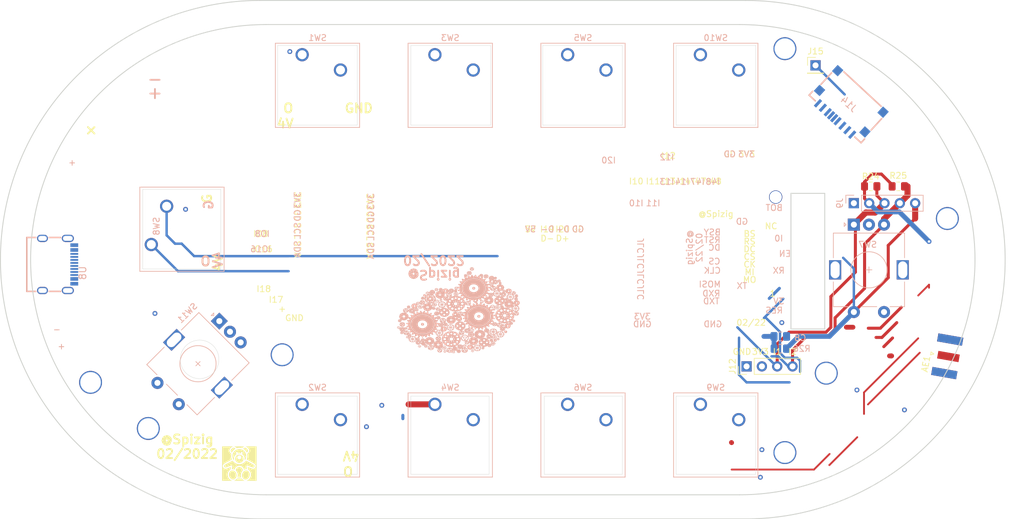
<source format=kicad_pcb>
(kicad_pcb (version 20171130) (host pcbnew "(5.1.10)-1")
  (title_block (date "sam. 04 avril 2015"))
  (layers (0 F.Cu signal) (31 B.Cu signal hide) (34 B.Paste user hide) (35 F.Paste user hide) (36 B.SilkS user hide) (37 F.SilkS user) (38 B.Mask user hide) (39 F.Mask user hide) (44 Edge.Cuts user))
  (net 0 "")
  (net 1 GND)
  (net 2 +3.3VP)
  (net 3 /EN)
  (net 4 /G0)
  (net 5 /IO48)
  (net 6 /IO47)
  (net 7 /IO15)
  (net 8 /IO09)
  (net 9 /COL1)
  (net 10 /COL2)
  (net 11 /COL3)
  (net 12 /IO5)
  (net 13 /DAC1)
  (net 14 /DAC2)
  (net 15 "Net-(D10-Pad4)")
  (net 16 "Net-(SW11-PadS2)")
  (net 17 +4V)
  (net 18 /IO10)
  (net 19 /IO11)
  (net 20 /IO1)
  (net 21 /IO2)
  (net 22 /IO13_1)
  (net 23 /IO14_1)
  (net 24 "Net-(J14-Pad9)")
  (net 25 +5VD)
  (net 26 /RFM_DIO)
  (net 27 "Net-(AE1-Pad1)")
  (net 28 "Net-(D18-Pad2)")
  (net 29 "Net-(D19-Pad2)")
  (net 30 "Net-(D20-Pad2)")
  (net 31 "Net-(U8-PadA8)")
  (net 32 "Net-(U8-PadB8)")
  (net 33 /DP)
  (net 34 "Net-(R35-Pad1)")
  (net 35 "Net-(R36-Pad2)")
  (net 36 /DN)
  (module tp4056:SW_Cherry_MX_1.00u_PCB (layer B.Cu) (at 95 99.488 270)
    (fp_text reference SW8 (at -3.048 -0.856 90) (layer B.SilkS) (effects (justify mirror)))
    (fp_text value MX_SWITCH)
    (pad "" np_thru_hole circle (at 2.54 -5.08 270) (size 1.7 1.7) (drill 1.7) (layers *.Cu *.Mask))
    (pad "" np_thru_hole circle (at -7.62 -5.08 270) (size 1.7 1.7) (drill 1.7) (layers *.Cu *.Mask))
    (pad "" np_thru_hole circle (at -2.54 -5.08 270) (size 4 4) (drill 4) (layers *.Cu *.Mask))
    (pad 2 thru_hole circle (at -6.35 -2.54 270) (size 2.2 2.2) (drill 1.5) (layers *.Cu *.Mask) (net 7 /IO15))
    (pad 1 thru_hole circle (at 0 0 270) (size 2.2 2.2) (drill 1.5) (layers *.Cu *.Mask) (net 11 /COL3))
  )
  (module Capacitor_SMD:C_0805_2012Metric_Pad1.18x1.45mm_HandSolder (layer B.Cu) (at 199.234 114.728 180)
    (fp_text reference C8 (at -3.302 -0.254) (layer B.SilkS) (effects (justify mirror)))
    (fp_text value 104)
    (pad 2 smd roundrect (at 1.0375 0 180) (size 1.175 1.45) (layers B.Cu B.Paste B.Mask) (roundrect_rratio 0.2127659574468085) (net 2 +3.3VP))
    (pad 1 smd roundrect (at -1.0375 0 180) (size 1.175 1.45) (layers B.Cu B.Paste B.Mask) (roundrect_rratio 0.2127659574468085) (net 1 GND))
  )
  (module Connector_Coaxial:SMA_Samtec_SMA-J-P-H-ST-EM1_EdgeMount (layer F.Cu) (at 226.902556 118.03 350)
    (fp_text reference AE1 (at -3.264264 1.86517 80) (layer F.SilkS))
    (fp_text value Antenna_Shield)
    (pad 1 smd rect (at 0.2 0 80) (size 1.27 3.6) (layers F.Cu F.Paste F.Mask) (net 27 "Net-(AE1-Pad1)"))
    (pad 2 smd rect (at 0 -2.825 80) (size 1.35 4.2) (layers F.Cu F.Paste F.Mask) (net 1 GND))
    (pad 2 smd rect (at 0 2.825 80) (size 1.35 4.2) (layers F.Cu F.Paste F.Mask) (net 1 GND))
    (pad 2 smd rect (at 0 -2.825 80) (size 1.35 4.2) (layers B.Cu B.Paste B.Mask) (net 1 GND))
    (pad 2 smd rect (at 0 2.825 80) (size 1.35 4.2) (layers B.Cu B.Paste B.Mask) (net 1 GND))
  )
  (module tp4056:USB-C_SMD-TYPE-C-31-M-12 (layer B.Cu) (at 79.6 102.79 90)
    (fp_text reference U8 (at -0.175 4.03 -90) (layer B.SilkS) (effects (font (size 1.143 1.143) (thickness 0.152)) (justify left mirror)))
    (fp_text value KoreanHropartsElecTYPE-C-31-M-12 hide)
    (pad 0 thru_hole oval (at -4.325 -2.634 90) (size 1.2 1.8) (drill oval 0.8 1.4) (layers *.Cu *.Paste *.Mask) (net 1 GND))
    (pad 0 thru_hole oval (at -4.325 1.566 90) (size 1.2 2) (drill oval 0.8 1.6) (layers *.Cu *.Paste *.Mask) (net 1 GND))
    (pad 0 thru_hole oval (at 4.325 1.566 90) (size 1.2 2) (drill oval 0.8 1.6) (layers *.Cu *.Paste *.Mask) (net 1 GND))
    (pad 0 thru_hole oval (at 4.325 -2.634 90) (size 1.2 1.8) (drill oval 0.8 1.4) (layers *.Cu *.Paste *.Mask) (net 1 GND))
    (pad A12 smd rect (at 3.35 2.634 90) (size 0.3 1.3) (layers B.Cu B.Paste B.Mask) (net 1 GND))
    (pad B1 smd rect (at 3.05 2.634 90) (size 0.3 1.3) (layers B.Cu B.Paste B.Mask) (net 1 GND))
    (pad A9 smd rect (at 2.55 2.634 90) (size 0.3 1.3) (layers B.Cu B.Paste B.Mask) (net 25 +5VD))
    (pad B4 smd rect (at 2.25 2.634 90) (size 0.3 1.3) (layers B.Cu B.Paste B.Mask) (net 25 +5VD))
    (pad B9 smd rect (at -2.25 2.634 90) (size 0.3 1.3) (layers B.Cu B.Paste B.Mask) (net 25 +5VD))
    (pad A4 smd rect (at -2.55 2.634 90) (size 0.3 1.3) (layers B.Cu B.Paste B.Mask) (net 25 +5VD))
    (pad B12 smd rect (at -3.05 2.634 90) (size 0.3 1.3) (layers B.Cu B.Paste B.Mask) (net 1 GND))
    (pad A1 smd rect (at -3.35 2.634 90) (size 0.3 1.3) (layers B.Cu B.Paste B.Mask) (net 1 GND))
    (pad B5 smd rect (at 1.75 2.634 90) (size 0.3 1.3) (layers B.Cu B.Paste B.Mask) (net 34 "Net-(R35-Pad1)"))
    (pad A8 smd rect (at 1.25 2.634 90) (size 0.3 1.3) (layers B.Cu B.Paste B.Mask) (net 31 "Net-(U8-PadA8)"))
    (pad B6 smd rect (at 0.75 2.634 90) (size 0.3 1.3) (layers B.Cu B.Paste B.Mask) (net 33 /DP))
    (pad A7 smd rect (at 0.25 2.634 90) (size 0.3 1.3) (layers B.Cu B.Paste B.Mask) (net 36 /DN))
    (pad A6 smd rect (at -0.25 2.634 90) (size 0.3 1.3) (layers B.Cu B.Paste B.Mask) (net 33 /DP))
    (pad B7 smd rect (at -0.75 2.634 90) (size 0.3 1.3) (layers B.Cu B.Paste B.Mask) (net 36 /DN))
    (pad A5 smd rect (at -1.25 2.634 90) (size 0.3 1.3) (layers B.Cu B.Paste B.Mask) (net 35 "Net-(R36-Pad2)"))
    (pad B8 smd rect (at -1.75 2.634 90) (size 0.3 1.3) (layers B.Cu B.Paste B.Mask) (net 32 "Net-(U8-PadB8)"))
    (pad "" np_thru_hole circle (at 2.9 1.066 90) (size 0.75 0.75) (drill 0.75) (layers *.Cu *.Mask))
    (pad "" np_thru_hole circle (at -2.9 1.066 90) (size 0.75 0.75) (drill 0.75) (layers *.Cu *.Mask))
  )
  (module Connector_PinHeader_2.54mm:PinHeader_1x04_P2.54mm_Vertical (layer F.Cu) (at 193.646 119.7 90)
    (fp_text reference J12 (at 0 -2.33 90) (layer F.SilkS))
    (fp_text value Joystick)
    (pad 4 thru_hole oval (at 0 7.62 90) (size 1.7 1.7) (drill 1) (layers *.Cu *.Mask) (net 21 /IO2))
    (pad 3 thru_hole oval (at 0 5.08 90) (size 1.7 1.7) (drill 1) (layers *.Cu *.Mask) (net 20 /IO1))
    (pad 2 thru_hole oval (at 0 2.54 90) (size 1.7 1.7) (drill 1) (layers *.Cu *.Mask) (net 2 +3.3VP))
    (pad 1 thru_hole rect (at 0 0 90) (size 1.7 1.7) (drill 1) (layers *.Cu *.Mask) (net 1 GND))
  )
  (module tp4056:SW_Cherry_MX_1.00u_PCB (layer B.Cu) (at 164 126 180)
    (fp_text reference SW6 (at -2.54 2.794) (layer B.SilkS) (effects (justify mirror)))
    (fp_text value MX_SWITCH)
    (pad "" np_thru_hole circle (at 2.54 -5.08 180) (size 1.7 1.7) (drill 1.7) (layers *.Cu *.Mask))
    (pad "" np_thru_hole circle (at -7.62 -5.08 180) (size 1.7 1.7) (drill 1.7) (layers *.Cu *.Mask))
    (pad "" np_thru_hole circle (at -2.54 -5.08 180) (size 4 4) (drill 4) (layers *.Cu *.Mask))
    (pad 2 thru_hole circle (at -6.35 -2.54 180) (size 2.2 2.2) (drill 1.5) (layers *.Cu *.Mask) (net 7 /IO15))
    (pad 1 thru_hole circle (at 0 0 180) (size 2.2 2.2) (drill 1.5) (layers *.Cu *.Mask) (net 10 /COL2))
  )
  (module tp4056:SW_Cherry_MX_1.00u_PCB (layer B.Cu) (at 120 126 180)
    (fp_text reference SW2 (at -2.54 2.794) (layer B.SilkS) (effects (justify mirror)))
    (fp_text value MX_SWITCH)
    (pad "" np_thru_hole circle (at 2.54 -5.08 180) (size 1.7 1.7) (drill 1.7) (layers *.Cu *.Mask))
    (pad "" np_thru_hole circle (at -7.62 -5.08 180) (size 1.7 1.7) (drill 1.7) (layers *.Cu *.Mask))
    (pad "" np_thru_hole circle (at -2.54 -5.08 180) (size 4 4) (drill 4) (layers *.Cu *.Mask))
    (pad 2 thru_hole circle (at -6.35 -2.54 180) (size 2.2 2.2) (drill 1.5) (layers *.Cu *.Mask) (net 12 /IO5))
    (pad 1 thru_hole circle (at 0 0 180) (size 2.2 2.2) (drill 1.5) (layers *.Cu *.Mask) (net 9 /COL1))
  )
  (module tp4056:SW_Cherry_MX_1.00u_PCB (layer B.Cu) (at 186 68 180)
    (fp_text reference SW10 (at -2.54 2.794) (layer B.SilkS) (effects (justify mirror)))
    (fp_text value MX_SWITCH)
    (pad "" np_thru_hole circle (at 2.54 -5.08 180) (size 1.7 1.7) (drill 1.7) (layers *.Cu *.Mask))
    (pad "" np_thru_hole circle (at -7.62 -5.08 180) (size 1.7 1.7) (drill 1.7) (layers *.Cu *.Mask))
    (pad "" np_thru_hole circle (at -2.54 -5.08 180) (size 4 4) (drill 4) (layers *.Cu *.Mask))
    (pad 2 thru_hole circle (at -6.35 -2.54 180) (size 2.2 2.2) (drill 1.5) (layers *.Cu *.Mask) (net 8 /IO09))
    (pad 1 thru_hole circle (at 0 0 180) (size 2.2 2.2) (drill 1.5) (layers *.Cu *.Mask) (net 11 /COL3))
  )
  (module tp4056:SW_Cherry_MX_1.00u_PCB (layer B.Cu) (at 164 68 180)
    (fp_text reference SW5 (at -2.54 2.794) (layer B.SilkS) (effects (justify mirror)))
    (fp_text value MX_SWITCH)
    (pad "" np_thru_hole circle (at 2.54 -5.08 180) (size 1.7 1.7) (drill 1.7) (layers *.Cu *.Mask))
    (pad "" np_thru_hole circle (at -7.62 -5.08 180) (size 1.7 1.7) (drill 1.7) (layers *.Cu *.Mask))
    (pad "" np_thru_hole circle (at -2.54 -5.08 180) (size 4 4) (drill 4) (layers *.Cu *.Mask))
    (pad 2 thru_hole circle (at -6.35 -2.54 180) (size 2.2 2.2) (drill 1.5) (layers *.Cu *.Mask) (net 8 /IO09))
    (pad 1 thru_hole circle (at 0 0 180) (size 2.2 2.2) (drill 1.5) (layers *.Cu *.Mask) (net 10 /COL2))
  )
  (module tp4056:RotaryEncoder_Alps_EC11E-Switch_Vertical_H20mm (layer B.Cu) (at 211.426 96.186 270)
    (fp_text reference SW7 (at 3.302 -2.286 180) (layer B.SilkS) (effects (justify mirror)))
    (fp_text value Rotary_Encoder_Switch)
    (pad A thru_hole rect (at 0 0 270) (size 2 2) (drill 1) (layers *.Cu *.Mask) (net 20 /IO1))
    (pad C thru_hole circle (at 0 -2.5 270) (size 2 2) (drill 1) (layers *.Cu *.Mask) (net 1 GND))
    (pad B thru_hole circle (at 0 -5 270) (size 2 2) (drill 1) (layers *.Cu *.Mask) (net 21 /IO2))
    (pad MP thru_hole rect (at 7.5 3.1 270) (size 3.2 2) (drill oval 2.8 1.5) (layers *.Cu *.Mask))
    (pad MP thru_hole rect (at 7.5 -8.1 270) (size 3.2 2) (drill oval 2.8 1.5) (layers *.Cu *.Mask))
    (pad S2 thru_hole circle (at 14.5 0 270) (size 2 2) (drill 1) (layers *.Cu *.Mask) (net 4 /G0))
    (pad S1 thru_hole circle (at 14.5 -5 270) (size 2 2) (drill 1) (layers *.Cu *.Mask) (net 1 GND))
  )
  (module tp4056:RotaryEncoder_Alps_EC11E-Switch_Vertical_H20mm (layer B.Cu) (at 106.27 112.188 225)
    (fp_text reference SW11 (at 2.8 4.7 225) (layer B.SilkS) (effects (justify mirror)))
    (fp_text value Rotary_Encoder_Switch)
    (pad A thru_hole rect (at 0 0 225) (size 2 2) (drill 1) (layers *.Cu *.Mask) (net 14 /DAC2))
    (pad C thru_hole circle (at 0 -2.5 225) (size 2 2) (drill 1) (layers *.Cu *.Mask) (net 1 GND))
    (pad B thru_hole circle (at 0 -5 225) (size 2 2) (drill 1) (layers *.Cu *.Mask) (net 13 /DAC1))
    (pad MP thru_hole rect (at 7.5 3.1 225) (size 3.2 2) (drill oval 2.8 1.5) (layers *.Cu *.Mask))
    (pad MP thru_hole rect (at 7.5 -8.1 225) (size 3.2 2) (drill oval 2.8 1.5) (layers *.Cu *.Mask))
    (pad S2 thru_hole circle (at 14.5 0 225) (size 2 2) (drill 1) (layers *.Cu *.Mask) (net 16 "Net-(SW11-PadS2)"))
    (pad S1 thru_hole circle (at 14.5 -5 225) (size 2 2) (drill 1) (layers *.Cu *.Mask) (net 1 GND))
  )
  (module tp4056:SW_Cherry_MX_1.00u_PCB (layer B.Cu) (at 142 126 180)
    (fp_text reference SW4 (at -2.54 2.794) (layer B.SilkS) (effects (justify mirror)))
    (fp_text value MX_SWITCH)
    (pad "" np_thru_hole circle (at 2.54 -5.08 180) (size 1.7 1.7) (drill 1.7) (layers *.Cu *.Mask))
    (pad "" np_thru_hole circle (at -7.62 -5.08 180) (size 1.7 1.7) (drill 1.7) (layers *.Cu *.Mask))
    (pad "" np_thru_hole circle (at -2.54 -5.08 180) (size 4 4) (drill 4) (layers *.Cu *.Mask))
    (pad 2 thru_hole circle (at -6.35 -2.54 180) (size 2.2 2.2) (drill 1.5) (layers *.Cu *.Mask) (net 12 /IO5))
    (pad 1 thru_hole circle (at 0 0 180) (size 2.2 2.2) (drill 1.5) (layers *.Cu *.Mask) (net 10 /COL2))
  )
  (module tp4056:SW_Cherry_MX_1.00u_PCB (layer B.Cu) (at 142 68 180)
    (fp_text reference SW3 (at -2.54 2.794) (layer B.SilkS) (effects (justify mirror)))
    (fp_text value MX_SWITCH)
    (pad "" np_thru_hole circle (at 2.54 -5.08 180) (size 1.7 1.7) (drill 1.7) (layers *.Cu *.Mask))
    (pad "" np_thru_hole circle (at -7.62 -5.08 180) (size 1.7 1.7) (drill 1.7) (layers *.Cu *.Mask))
    (pad "" np_thru_hole circle (at -2.54 -5.08 180) (size 4 4) (drill 4) (layers *.Cu *.Mask))
    (pad 2 thru_hole circle (at -6.35 -2.54 180) (size 2.2 2.2) (drill 1.5) (layers *.Cu *.Mask) (net 8 /IO09))
    (pad 1 thru_hole circle (at 0 0 180) (size 2.2 2.2) (drill 1.5) (layers *.Cu *.Mask) (net 9 /COL1))
  )
  (module tp4056:SW_Cherry_MX_1.00u_PCB (layer B.Cu) (at 120 68 180)
    (fp_text reference SW1 (at -2.54 2.794) (layer B.SilkS) (effects (justify mirror)))
    (fp_text value MX_SWITCH)
    (pad "" np_thru_hole circle (at 2.54 -5.08 180) (size 1.7 1.7) (drill 1.7) (layers *.Cu *.Mask))
    (pad "" np_thru_hole circle (at -7.62 -5.08 180) (size 1.7 1.7) (drill 1.7) (layers *.Cu *.Mask))
    (pad "" np_thru_hole circle (at -2.54 -5.08 180) (size 4 4) (drill 4) (layers *.Cu *.Mask))
    (pad 2 thru_hole circle (at -6.35 -2.54 180) (size 2.2 2.2) (drill 1.5) (layers *.Cu *.Mask) (net 7 /IO15))
    (pad 1 thru_hole circle (at 0 0 180) (size 2.2 2.2) (drill 1.5) (layers *.Cu *.Mask) (net 9 /COL1))
  )
  (module Connector_PinHeader_2.54mm:PinHeader_1x05_P2.54mm_Vertical (layer B.Cu) (at 211.426 92.63 270)
    (fp_text reference J9 (at 0 2.33 270) (layer B.SilkS) (effects (justify mirror)))
    (fp_text value Joystick2)
    (pad 5 thru_hole oval (at 0 -10.16 270) (size 1.7 1.7) (drill 1) (layers *.Cu *.Mask) (net 4 /G0))
    (pad 4 thru_hole oval (at 0 -7.62 270) (size 1.7 1.7) (drill 1) (layers *.Cu *.Mask) (net 21 /IO2))
    (pad 3 thru_hole oval (at 0 -5.08 270) (size 1.7 1.7) (drill 1) (layers *.Cu *.Mask) (net 20 /IO1))
    (pad 2 thru_hole oval (at 0 -2.54 270) (size 1.7 1.7) (drill 1) (layers *.Cu *.Mask) (net 17 +4V))
    (pad 1 thru_hole rect (at 0 0 270) (size 1.7 1.7) (drill 1) (layers *.Cu *.Mask) (net 1 GND))
  )
  (module tp4056:SW_Cherry_MX_1.00u_PCB (layer B.Cu) (at 186 126 180)
    (fp_text reference SW9 (at -2.54 2.794) (layer B.SilkS) (effects (justify mirror)))
    (fp_text value MX_SWITCH)
    (pad "" np_thru_hole circle (at 2.54 -5.08 180) (size 1.7 1.7) (drill 1.7) (layers *.Cu *.Mask))
    (pad "" np_thru_hole circle (at -7.62 -5.08 180) (size 1.7 1.7) (drill 1.7) (layers *.Cu *.Mask))
    (pad "" np_thru_hole circle (at -2.54 -5.08 180) (size 4 4) (drill 4) (layers *.Cu *.Mask))
    (pad 2 thru_hole circle (at -6.35 -2.54 180) (size 2.2 2.2) (drill 1.5) (layers *.Cu *.Mask) (net 12 /IO5))
    (pad 1 thru_hole circle (at 0 0 180) (size 2.2 2.2) (drill 1.5) (layers *.Cu *.Mask) (net 11 /COL3))
  )
  (module tp4056:TF-SMD_XKTF-0803-0 (layer B.Cu) (at 210.41 76.374 137.5)
    (fp_text reference J14 (at 1.607073 0.249943 137.5) (layer B.SilkS) (effects (font (size 1.143 1.143) (thickness 0.152)) (justify right mirror)))
    (fp_text value Micro_SD_Card_Det_US hide)
    (pad 1 smd rect (at 3.85 -3.1 137.5) (size 0.5 1.5) (layers B.Cu B.Paste B.Mask) (net 18 /IO10))
    (pad 2 smd rect (at 2.75 -3.1 137.5) (size 0.5 1.5) (layers B.Cu B.Paste B.Mask) (net 19 /IO11))
    (pad 3 smd rect (at 1.65 -3.1 137.5) (size 0.5 1.5) (layers B.Cu B.Paste B.Mask) (net 22 /IO13_1))
    (pad 4 smd rect (at 0.9 -3.1 137.5) (size 0.5 1.5) (layers B.Cu B.Paste B.Mask) (net 2 +3.3VP))
    (pad 5 smd rect (at -0.55 -3.1 137.5) (size 0.5 1.5) (layers B.Cu B.Paste B.Mask) (net 23 /IO14_1))
    (pad 6 smd rect (at -1.65 -3.1 137.5) (size 0.5 1.5) (layers B.Cu B.Paste B.Mask) (net 1 GND))
    (pad 7 smd rect (at -2.75 -3.1 137.5) (size 0.5 1.5) (layers B.Cu B.Paste B.Mask) (net 6 /IO47))
    (pad 8 smd rect (at -3.85 -3.1 137.5) (size 0.5 1.5) (layers B.Cu B.Paste B.Mask) (net 5 /IO48))
    (pad 9 smd rect (at 0.2 -3.1 137.5) (size 0.5 1.5) (layers B.Cu B.Paste B.Mask) (net 24 "Net-(J14-Pad9)"))
    (pad 10 smd rect (at -5.1 -1.35 137.5) (size 1.3 1.4) (layers B.Cu B.Paste B.Mask) (net 1 GND))
    (pad 11 smd rect (at -5.1 3.1 137.5) (size 1.3 1.4) (layers B.Cu B.Paste B.Mask) (net 1 GND))
    (pad 12 smd rect (at 5.1 3.1 137.5) (size 1.3 1.4) (layers B.Cu B.Paste B.Mask) (net 1 GND))
    (pad 13 smd rect (at 5.1 -1.35 137.5) (size 1.3 1.4) (layers B.Cu B.Paste B.Mask) (net 1 GND))
  )
  (module Connector_PinHeader_2.54mm:PinHeader_1x01_P2.54mm_Vertical (layer F.Cu) (at 205.076 69.77)
    (fp_text reference J15 (at 0 -2.33) (layer F.SilkS))
    (fp_text value Conn_01x01_Male)
    (pad 1 thru_hole rect (at 0 0) (size 1.7 1.7) (drill 1) (layers *.Cu *.Mask) (net 24 "Net-(J14-Pad9)"))
  )
  (module Resistor_SMD:R_0805_2012Metric_Pad1.15x1.40mm_HandSolder (layer F.Cu) (at 214.22 89.836)
    (fp_text reference R24 (at 0 -1.65) (layer F.SilkS))
    (fp_text value 10k)
    (pad 2 smd roundrect (at 1.025 0) (size 1.15 1.4) (layers F.Cu F.Paste F.Mask) (roundrect_rratio 0.2173904347826087) (net 20 /IO1))
    (pad 1 smd roundrect (at -1.025 0) (size 1.15 1.4) (layers F.Cu F.Paste F.Mask) (roundrect_rratio 0.2173904347826087) (net 17 +4V))
  )
  (module Resistor_SMD:R_0805_2012Metric_Pad1.15x1.40mm_HandSolder (layer B.Cu) (at 199.234 116.76 180)
    (fp_text reference R26 (at -3.556 0 180) (layer B.SilkS) (effects (justify mirror)))
    (fp_text value 10k)
    (pad 2 smd roundrect (at 1.025 0 180) (size 1.15 1.4) (layers B.Cu B.Paste B.Mask) (roundrect_rratio 0.2173904347826087) (net 2 +3.3VP))
    (pad 1 smd roundrect (at -1.025 0 180) (size 1.15 1.4) (layers B.Cu B.Paste B.Mask) (roundrect_rratio 0.2173904347826087) (net 4 /G0))
  )
  (module Resistor_SMD:R_0805_2012Metric_Pad1.15x1.40mm_HandSolder (layer F.Cu) (at 218.792 89.836 180)
    (fp_text reference R25 (at 0 1.778) (layer F.SilkS))
    (fp_text value 10k)
    (pad 2 smd roundrect (at 1.025 0 180) (size 1.15 1.4) (layers F.Cu F.Paste F.Mask) (roundrect_rratio 0.2173904347826087) (net 17 +4V))
    (pad 1 smd roundrect (at -1.025 0 180) (size 1.15 1.4) (layers F.Cu F.Paste F.Mask) (roundrect_rratio 0.2173904347826087) (net 21 /IO2))
  )
  (module Brain:Brain (layer B.Cu) (at 145.894 110.41)
    (fp_text reference G*** hide)
    (fp_text value LOGO hide)
  )
  (module Symbol:baerklein (layer F.Cu) (at 109.572 135.81)
    (fp_text reference G*** hide)
    (fp_text value LOGO hide)
  )
  (gr_arc (start 193.5 102) (end 193.5 59) (angle 180) (layer Edge.Cuts) (width 0.15))
  (gr_line (start 193.5 145) (end 113 145) (layer Edge.Cuts) (width 0.15))
  (gr_line (start 113 59) (end 193.5 59) (layer Edge.Cuts) (width 0.15))
  (gr_arc (start 113 102) (end 113 59) (angle -180) (layer Edge.Cuts) (width 0.15))
  (gr_circle (center 103 118.538) (end 106.2 118.538) (layer Edge.Cuts) (width 0.05))
  (gr_line (start 93.57 103.552) (end 93.57 90.344) (layer Edge.Cuts) (width 0.05))
  (gr_line (start 106.524 103.552) (end 93.57 103.552) (layer Edge.Cuts) (width 0.05))
  (gr_line (start 106.524 90.344) (end 106.524 103.552) (layer Edge.Cuts) (width 0.05))
  (gr_line (start 93.57 90.344) (end 106.524 90.344) (layer Edge.Cuts) (width 0.05))
  (gr_line (start 115.922 66.468) (end 129.13 66.468) (layer Edge.Cuts) (width 0.05))
  (gr_line (start 115.922 79.676) (end 115.922 66.468) (layer Edge.Cuts) (width 0.05))
  (gr_line (start 129.13 79.676) (end 115.922 79.676) (layer Edge.Cuts) (width 0.05))
  (gr_line (start 129.13 66.468) (end 129.13 79.676) (layer Edge.Cuts) (width 0.05))
  (gr_line (start 138.02 79.676) (end 138.02 66.468) (layer Edge.Cuts) (width 0.05))
  (gr_line (start 151.228 79.676) (end 138.02 79.676) (layer Edge.Cuts) (width 0.05))
  (gr_line (start 151.228 66.468) (end 151.228 79.676) (layer Edge.Cuts) (width 0.05))
  (gr_line (start 138.02 66.468) (end 151.228 66.468) (layer Edge.Cuts) (width 0.05))
  (gr_line (start 159.864 66.468) (end 173.072 66.468) (layer Edge.Cuts) (width 0.05))
  (gr_line (start 159.864 79.676) (end 159.864 66.468) (layer Edge.Cuts) (width 0.05))
  (gr_line (start 173.072 79.676) (end 159.864 79.676) (layer Edge.Cuts) (width 0.05))
  (gr_line (start 173.072 66.468) (end 173.072 79.676) (layer Edge.Cuts) (width 0.05))
  (gr_line (start 195.17 66.468) (end 181.962 66.468) (layer Edge.Cuts) (width 0.05))
  (gr_line (start 195.17 79.676) (end 195.17 66.468) (layer Edge.Cuts) (width 0.05))
  (gr_line (start 181.962 79.676) (end 195.17 79.676) (layer Edge.Cuts) (width 0.05))
  (gr_line (start 181.962 66.468) (end 181.962 79.676) (layer Edge.Cuts) (width 0.05))
  (gr_line (start 195.17 124.634) (end 181.962 124.634) (layer Edge.Cuts) (width 0.05))
  (gr_line (start 195.17 137.588) (end 195.17 124.634) (layer Edge.Cuts) (width 0.05))
  (gr_line (start 181.962 137.588) (end 195.17 137.588) (layer Edge.Cuts) (width 0.05))
  (gr_line (start 181.962 124.634) (end 181.962 137.588) (layer Edge.Cuts) (width 0.05))
  (gr_line (start 173.072 124.634) (end 160.118 124.634) (layer Edge.Cuts) (width 0.05))
  (gr_line (start 173.072 137.588) (end 173.072 124.634) (layer Edge.Cuts) (width 0.05))
  (gr_line (start 160.118 137.588) (end 173.072 137.588) (layer Edge.Cuts) (width 0.05))
  (gr_line (start 160.118 124.634) (end 160.118 137.588) (layer Edge.Cuts) (width 0.05))
  (gr_line (start 150.974 124.634) (end 138.02 124.634) (layer Edge.Cuts) (width 0.05))
  (gr_line (start 150.974 137.588) (end 150.974 124.634) (layer Edge.Cuts) (width 0.05))
  (gr_line (start 138.02 137.588) (end 150.974 137.588) (layer Edge.Cuts) (width 0.05))
  (gr_line (start 138.02 124.634) (end 138.02 137.588) (layer Edge.Cuts) (width 0.05))
  (gr_line (start 115.922 137.588) (end 115.922 124.634) (layer Edge.Cuts) (width 0.05))
  (gr_line (start 129.13 137.588) (end 115.922 137.588) (layer Edge.Cuts) (width 0.05))
  (gr_line (start 129.13 124.634) (end 129.13 137.588) (layer Edge.Cuts) (width 0.05))
  (gr_line (start 115.922 124.634) (end 129.13 124.634) (layer Edge.Cuts) (width 0.05))
  (gr_text "@Spizig\n02/2022" (at 141.83 103.298 180) (layer B.SilkS) (effects (font (size 1.5 1.5) (thickness 0.3)) (justify mirror)))
  (gr_text "@Spizig\n02/2022" (at 100.936 133.016) (layer F.SilkS) (effects (font (size 1.5 1.5) (thickness 0.3))))
  (gr_text I2 (at 201.266 117.268) (layer F.SilkS) (effects (font (size 1 1))))
  (gr_text I1 (at 198.726 117.268) (layer F.SilkS) (effects (font (size 1 1))))
  (gr_text 3V3 (at 195.932 117.268) (layer F.SilkS) (effects (font (size 1 1))))
  (gr_text GND (at 192.884 117.268) (layer F.SilkS) (effects (font (size 1 1))))
  (gr_text CK (at 194.154 102.79) (layer F.SilkS) (effects (font (size 1 1))))
  (gr_text O (at 127.606 137.08 180) (layer F.SilkS) (effects (font (size 1.5 1.5) (thickness 0.3))))
  (gr_text 4V (at 128.114 134.54 180) (layer F.SilkS) (effects (font (size 1.5 1.5) (thickness 0.3))))
  (gr_text O (at 117.7 76.882) (layer F.SilkS) (effects (font (size 1.5 1.5) (thickness 0.3))))
  (gr_text GND (at 129.384 76.882) (layer F.SilkS) (effects (font (size 1.5 1.5) (thickness 0.3))))
  (gr_text 4V (at 117.192 79.422) (layer F.SilkS) (effects (font (size 1.5 1.5) (thickness 0.3))))
  (gr_text G (at 104.238 91.868 90) (layer F.SilkS) (effects (font (size 1.5 1.5) (thickness 0.3))))
  (gr_text O (at 103.984 102.282) (layer F.SilkS) (effects (font (size 1.5 1.5) (thickness 0.3))))
  (gr_text 4V (at 106.016 102.536 90) (layer F.SilkS) (effects (font (size 1.5 1.5) (thickness 0.3))))
  (gr_text G (at 104.492 92.884 90) (layer B.SilkS) (effects (font (size 1.5 1.5) (thickness 0.3)) (justify mirror)))
  (gr_text O (at 103.984 102.282) (layer B.SilkS) (effects (font (size 1.5 1.5) (thickness 0.3)) (justify mirror)))
  (gr_text 4V (at 106.016 102.028 90) (layer B.SilkS) (effects (font (size 1.5 1.5) (thickness 0.3)) (justify mirror)))
  (gr_text GND (at 118.716 111.68) (layer F.SilkS) (effects (font (size 1 1))))
  (gr_text + (at 116.684 110.156) (layer F.SilkS) (effects (font (size 1 1))))
  (gr_text I18 (at 113.636 106.854) (layer F.SilkS) (effects (font (size 1 1))))
  (gr_text I17 (at 115.668 108.632) (layer F.SilkS) (effects (font (size 1 1))))
  (gr_text I11 (at 178.152 89) (layer F.SilkS) (effects (font (size 1 1))))
  (gr_text I10 (at 175.358 89) (layer F.SilkS) (effects (font (size 1 1))))
  (gr_text I11 (at 178.152 92.63) (layer B.SilkS) (effects (font (size 1 1)) (justify mirror)))
  (gr_text I10 (at 175.358 92.63) (layer B.SilkS) (effects (font (size 1 1)) (justify mirror)))
  (gr_text IO8 (at 113.128 97.71) (layer F.SilkS) (effects (font (size 1 1))))
  (gr_text IO16 (at 113.382 100.25) (layer F.SilkS) (effects (font (size 1 1))))
  (gr_text 3V3 (at 119.224 92.122 270) (layer F.SilkS) (effects (font (size 1 1))))
  (gr_text GD (at 119.224 94.662 270) (layer F.SilkS) (effects (font (size 1 1))))
  (gr_text SDA (at 119.224 100.25 270) (layer F.SilkS) (effects (font (size 1 1))))
  (gr_text SCL (at 119.224 97.202 270) (layer F.SilkS) (effects (font (size 1 1))))
  (gr_text 3V3 (at 131.162 92.376 270) (layer F.SilkS) (effects (font (size 1 1))))
  (gr_text GD (at 131.162 94.916 270) (layer F.SilkS) (effects (font (size 1 1))))
  (gr_text SCL (at 131.162 97.456 270) (layer F.SilkS) (effects (font (size 1 1))))
  (gr_text SDA (at 131.162 100.504 270) (layer F.SilkS) (effects (font (size 1 1))))
  (gr_text - (at 95.602 72.31 180) (layer B.SilkS) (effects (font (size 2 2) (thickness 0.3)) (justify mirror)))
  (gr_text + (at 95.602 74.596 180) (layer B.SilkS) (effects (font (size 2 2) (thickness 0.3)) (justify mirror)))
  (gr_text + (at 84.934 80.438 45) (layer F.SilkS) (effects (font (size 2 2) (thickness 0.3))))
  (gr_text - (at 79.346 113.712 180) (layer B.SilkS) (effects (font (size 1 1)) (justify mirror)))
  (gr_text + (at 80.108 116.506 180) (layer B.SilkS) (effects (font (size 1 1)) (justify mirror)))
  (gr_text + (at 81.886 86.026 180) (layer B.SilkS) (effects (font (size 1 1)) (justify mirror)))
  (gr_text 3V3 (at 193.646 84.502) (layer B.SilkS) (effects (font (size 1 1)) (justify mirror)))
  (gr_text IO8 (at 113.382 97.71) (layer B.SilkS) (effects (font (size 1 1)) (justify mirror)))
  (gr_text IO16 (at 113.128 100.25) (layer B.SilkS) (effects (font (size 1 1)) (justify mirror)))
  (gr_text 3V3 (at 119.224 92.122 90) (layer B.SilkS) (effects (font (size 1 1)) (justify mirror)))
  (gr_text GD (at 119.224 94.662 90) (layer B.SilkS) (effects (font (size 1 1)) (justify mirror)))
  (gr_text SCL (at 119.224 97.202 90) (layer B.SilkS) (effects (font (size 1 1)) (justify mirror)))
  (gr_text SDA (at 119.224 100.25 90) (layer B.SilkS) (effects (font (size 1 1)) (justify mirror)))
  (gr_text SCL (at 131.416 97.456 90) (layer B.SilkS) (effects (font (size 1 1)) (justify mirror)))
  (gr_text SDA (at 131.416 100.504 90) (layer B.SilkS) (effects (font (size 1 1)) (justify mirror)))
  (gr_text 3V3 (at 131.416 92.376 90) (layer B.SilkS) (effects (font (size 1 1)) (justify mirror)))
  (gr_text GD (at 131.416 94.916 90) (layer B.SilkS) (effects (font (size 1 1)) (justify mirror)))
  (gr_text I20 (at 170.786 85.518) (layer B.SilkS) (effects (font (size 1 1)) (justify mirror)))
  (gr_text I12 (at 180.438 85.01) (layer B.SilkS) (effects (font (size 1 1)) (justify mirror)))
  (gr_text I12 (at 180.692 84.756) (layer F.SilkS) (effects (font (size 1 1))))
  (gr_line (start 201 91) (end 206.6 91) (layer Edge.Cuts) (width 0.15))
  (gr_line (start 206.6 113.5) (end 206.6 91) (layer Edge.Cuts) (width 0.15))
  (gr_line (start 201 113.5) (end 206.6 113.5) (layer Edge.Cuts) (width 0.15))
  (gr_line (start 201 91) (end 201 113.5) (layer Edge.Cuts) (width 0.15))
  (gr_line (start 114 63) (end 192.5 63) (layer Edge.Cuts) (width 0.15))
  (gr_line (start 192.5 141) (end 114 141) (layer Edge.Cuts) (width 0.15))
  (gr_arc (start 192.5 102) (end 192.5 63) (angle 180) (layer Edge.Cuts) (width 0.15))
  (gr_arc (start 114 102) (end 114 63) (angle -180) (layer Edge.Cuts) (width 0.15))
  (gr_text 3V3 (at 176.374 111.426) (layer B.SilkS) (effects (font (size 1 1)) (justify mirror)))
  (gr_text TXD (at 187.804 108.886) (layer B.SilkS) (effects (font (size 1 1)) (justify mirror)))
  (gr_text RXD (at 187.804 107.616) (layer B.SilkS) (effects (font (size 1 1)) (justify mirror)))
  (gr_text MOSI (at 187.55 106.092) (layer B.SilkS) (effects (font (size 1 1)) (justify mirror)))
  (gr_text CLK (at 187.96 103.806) (layer B.SilkS) (effects (font (size 1 1)) (justify mirror)))
  (gr_text CS (at 188.312 102.282) (layer B.SilkS) (effects (font (size 1 1)) (justify mirror)))
  (gr_text DC (at 188.312 99.996) (layer B.SilkS) (effects (font (size 1 1)) (justify mirror)))
  (gr_text RST (at 187.96 98.726) (layer B.SilkS) (effects (font (size 1 1)) (justify mirror)))
  (gr_text BSY (at 187.96 97.456) (layer B.SilkS) (effects (font (size 1 1)) (justify mirror)))
  (gr_text GND (at 188.058 112.696) (layer B.SilkS) (effects (font (size 1 1)) (justify mirror)))
  (gr_text GND (at 176.374 112.696) (layer B.SilkS) (effects (font (size 1 1)) (justify mirror)))
  (gr_text GD (at 190.852 84.502) (layer B.SilkS) (effects (font (size 1 1)) (justify mirror)))
  (gr_text I48 (at 188.058 89.074) (layer B.SilkS) (effects (font (size 1 1)) (justify mirror)))
  (gr_text I47 (at 185.518 89.074) (layer B.SilkS) (effects (font (size 1 1)) (justify mirror)))
  (gr_text I14 (at 182.978 89.074) (layer B.SilkS) (effects (font (size 1 1)) (justify mirror)))
  (gr_text I13 (at 180.438 89.074) (layer B.SilkS) (effects (font (size 1 1)) (justify mirror)))
  (gr_text RES (at 198.218 110.41) (layer B.SilkS) (effects (font (size 1 1)) (justify mirror)))
  (gr_text BOT (at 198.218 93.392) (layer B.SilkS) (effects (font (size 1 1)) (justify mirror)))
  (gr_text JLCJLCJLCJLC (at 176.12 103.552 90) (layer B.SilkS) (effects (font (size 1 1)) (justify mirror)))
  (gr_text 5V (at 157.832 96.948) (layer B.SilkS) (effects (font (size 1 1)) (justify mirror)))
  (gr_text D- (at 160.626 96.948) (layer B.SilkS) (effects (font (size 1 1)) (justify mirror)))
  (gr_text D+ (at 163.166 96.948) (layer B.SilkS) (effects (font (size 1 1)) (justify mirror)))
  (gr_text GD (at 165.706 96.948) (layer B.SilkS) (effects (font (size 1 1)) (justify mirror)))
  (gr_text GD (at 192.884 95.678) (layer B.SilkS) (effects (font (size 1 1)) (justify mirror)))
  (gr_text I0 (at 198.98 98.472) (layer B.SilkS) (effects (font (size 1 1)) (justify mirror)))
  (gr_text EN (at 199.996 101.012) (layer B.SilkS) (effects (font (size 1 1)) (justify mirror)))
  (gr_text RX (at 198.98 103.806) (layer B.SilkS) (effects (font (size 1 1)) (justify mirror)))
  (gr_text TX (at 192.884 106.346) (layer B.SilkS) (effects (font (size 1 1)) (justify mirror)))
  (gr_text 3V (at 198.98 108.886) (layer B.SilkS) (effects (font (size 1 1)) (justify mirror)))
  (gr_text I13 (at 180.692 89) (layer F.SilkS) (effects (font (size 1 1))))
  (gr_text I14 (at 183.232 89) (layer F.SilkS) (effects (font (size 1 1))))
  (gr_text I47 (at 185.772 89) (layer F.SilkS) (effects (font (size 1 1))))
  (gr_text I48 (at 188.312 89) (layer F.SilkS) (effects (font (size 1 1))))
  (gr_text GD (at 190.852 84.502) (layer F.SilkS) (effects (font (size 1 1))))
  (gr_text 3V3 (at 193.646 84.502) (layer F.SilkS) (effects (font (size 1 1))))
  (gr_text D- (at 160.626 98.472) (layer F.SilkS) (effects (font (size 1 1))))
  (gr_text 5V (at 157.832 96.948) (layer F.SilkS) (effects (font (size 1 1))))
  (gr_text I19 (at 160.626 96.948) (layer F.SilkS) (effects (font (size 1 1))))
  (gr_text I20 (at 163.166 96.948) (layer F.SilkS) (effects (font (size 1 1))))
  (gr_text GD (at 165.706 96.948) (layer F.SilkS) (effects (font (size 1 1))))
  (gr_text 02/22 (at 194.408 112.442) (layer F.SilkS) (effects (font (size 1 1))))
  (gr_text "@Spizig\n02/22" (at 185.01 99.996 90) (layer B.SilkS) (effects (font (size 1 1)) (justify mirror)))
  (gr_text @Spizig (at 188.566 94.408) (layer F.SilkS) (effects (font (size 1 1))))
  (gr_text BS (at 194.154 97.71) (layer F.SilkS) (effects (font (size 1 1))))
  (gr_text RS (at 194.154 98.98) (layer F.SilkS) (effects (font (size 1 1))))
  (gr_text DC (at 194.154 100.25) (layer F.SilkS) (effects (font (size 1 1))))
  (gr_text CS (at 194.154 101.52) (layer F.SilkS) (effects (font (size 1 1))))
  (gr_text MO (at 194.154 105.33) (layer F.SilkS) (effects (font (size 1 1))))
  (gr_text MI (at 194.154 104.06) (layer F.SilkS) (effects (font (size 1 1))))
  (gr_text 1 (at 197.964 107.616) (layer F.SilkS) (effects (font (size 1 1))))
  (gr_text NC (at 197.71 96.44) (layer F.SilkS) (effects (font (size 1 1))))
  (gr_text D+ (at 163.166 98.472) (layer F.SilkS) (effects (font (size 1 1))))
  (via (at 206.854 120.824) (size 3.8) (drill 3.4) (layers F.Cu B.Cu) (net 0))
  (via (at 226.92 95.17) (size 3.8) (drill 3.4) (layers F.Cu B.Cu) (net 0))
  (via (at 84.934 122.348) (size 3.8) (drill 3.4) (layers F.Cu B.Cu) (net 0))
  (via (at 116.684 117.776) (size 3.8) (drill 3.4) (layers F.Cu B.Cu) (net 0))
  (via (at 94.5 130) (size 3.8) (drill 3.4) (layers F.Cu B.Cu) (net 0))
  (via (at 200 134) (size 3.8) (drill 3.4) (layers F.Cu B.Cu) (net 0))
  (via (at 200 67) (size 3.8) (drill 3.4) (layers F.Cu B.Cu) (net 0))
  (via (at 130.654 129.714) (size 0.8) (drill 0.4) (layers F.Cu B.Cu) (net 1))
  (via (at 196.186 133.524) (size 0.8) (drill 0.4) (layers F.Cu B.Cu) (net 1))
  (via (at 195.932 138.096) (size 0.8) (drill 0.4) (layers F.Cu B.Cu) (net 1))
  (via (at 219.808 126.92) (size 0.8) (drill 0.4) (layers F.Cu B.Cu) (net 1))
  (via (at 100.682 93.646) (size 0.8) (drill 0.4) (layers F.Cu B.Cu) (net 1))
  (via (at 199.488 112.442) (size 0.8) (drill 0.4) (layers F.Cu B.Cu) (net 1))
  (via (at 133.194 126.158) (size 0.8) (drill 0.4) (layers F.Cu B.Cu) (net 1))
  (via (at 117.954 67.484) (size 0.8) (drill 0.4) (layers F.Cu B.Cu) (net 1))
  (via (at 95.602 110.918) (size 0.8) (drill 0.4) (layers F.Cu B.Cu) (net 1))
  (via (at 198.472 91.614) (size 2.2) (drill 2) (layers F.Cu B.Cu) (net 1))
  (segment (start 217.673568 117.963655) (end 217.334345 117.963655) (width 0.8) (layer F.Cu) (net 2))
  (segment (start 217.588345 117.963655) (end 217.673568 117.963655) (width 0.8) (layer F.Cu) (net 2))
  (segment (start 198.1965 116.7475) (end 198.209 116.76) (width 0.8) (layer B.Cu) (net 2))
  (segment (start 198.1965 114.728) (end 198.1965 116.7475) (width 0.8) (layer B.Cu) (net 2))
  (segment (start 196.518 114.728) (end 198.1965 114.728) (width 0.8) (layer B.Cu) (net 2))
  (segment (start 197.404002 108.432) (end 199.084001 106.752001) (width 0.5) (layer B.Cu) (net 2))
  (via (at 211.934 123.618) (size 0.8) (drill 0.4) (layers F.Cu B.Cu) (net 2))
  (segment (start 199.18401 113.983754) (end 196.880256 111.68) (width 0.4) (layer B.Cu) (net 3))
  (segment (start 196.528022 111.68) (end 199.278011 108.930011) (width 0.4) (layer B.Cu) (net 3))
  (segment (start 199.278011 108.930011) (end 199.659011 108.549011) (width 0.4) (layer B.Cu) (net 3))
  (segment (start 199.734011 108.474011) (end 199.278011 108.930011) (width 0.4) (layer B.Cu) (net 3))
  (segment (start 202.516001 118.772001) (end 202.028 118.284) (width 0.4) (layer B.Cu) (net 3))
  (segment (start 202.028 118.284) (end 199.996 118.284) (width 0.4) (layer B.Cu) (net 3))
  (segment (start 199.18401 117.47201) (end 199.18401 113.983754) (width 0.4) (layer B.Cu) (net 3))
  (segment (start 199.996 118.284) (end 199.18401 117.47201) (width 0.4) (layer B.Cu) (net 3))
  (segment (start 192.395999 114.944297) (end 192.395999 121.097999) (width 0.4) (layer B.Cu) (net 3))
  (segment (start 202.516001 120.589999) (end 202.516001 118.772001) (width 0.4) (layer B.Cu) (net 3))
  (segment (start 193.646 122.348) (end 200.758 122.348) (width 0.4) (layer B.Cu) (net 3))
  (segment (start 192.395999 121.097999) (end 193.646 122.348) (width 0.4) (layer B.Cu) (net 3))
  (segment (start 200.259 116.755098) (end 202.286098 114.728) (width 0.8) (layer B.Cu) (net 4))
  (segment (start 209.651001 101.690999) (end 211.426 103.465998) (width 0.4) (layer B.Cu) (net 4))
  (segment (start 211.426 110.686) (end 217.126008 104.985992) (width 0.5) (layer F.Cu) (net 4))
  (segment (start 200.259 116.76) (end 200.259 116.755098) (width 0.8) (layer B.Cu) (net 4))
  (segment (start 202.286098 114.728) (end 207.384 114.728) (width 0.8) (layer B.Cu) (net 4))
  (segment (start 207.384 114.728) (end 211.426 110.686) (width 0.8) (layer B.Cu) (net 4))
  (segment (start 221.586 95.17) (end 221.586 92.63) (width 1) (layer F.Cu) (net 4))
  (segment (start 217.126008 104.985992) (end 217.126008 99.629992) (width 0.5) (layer F.Cu) (net 4))
  (segment (start 217.126008 99.629992) (end 221.586 95.17) (width 0.5) (layer F.Cu) (net 4))
  (segment (start 211.426 110.686) (end 208.895 113.217) (width 0.25) (layer B.Cu) (net 4))
  (segment (start 211.426 103.465998) (end 211.426 110.686) (width 0.4) (layer B.Cu) (net 4))
  (segment (start 102.095999 101.409999) (end 100.034001 99.348001) (width 0.4) (layer B.Cu) (net 7))
  (segment (start 152.368475 101.409999) (end 102.095999 101.409999) (width 0.4) (layer B.Cu) (net 7))
  (segment (start 100.034001 99.348001) (end 98.927999 99.348001) (width 0.4) (layer B.Cu) (net 7))
  (segment (start 117.756001 101.484999) (end 103.054999 101.484999) (width 0.25) (layer B.Cu) (net 7))
  (segment (start 97.54 93.138) (end 97.54 97.849002) (width 0.25) (layer B.Cu) (net 7))
  (segment (start 97.54 93.138) (end 97.888 93.138) (width 1) (layer F.Cu) (net 7))
  (segment (start 97.54 97.849002) (end 98.963999 99.273001) (width 0.25) (layer B.Cu) (net 7))
  (segment (start 97.54 97.960002) (end 97.54 93.138) (width 0.4) (layer B.Cu) (net 7))
  (segment (start 98.927999 99.348001) (end 97.54 97.960002) (width 0.4) (layer B.Cu) (net 7))
  (segment (start 170.369999 70.559999) (end 170.35 70.54) (width 0.4) (layer B.Cu) (net 8))
  (segment (start 148.510001 70.379999) (end 148.35 70.54) (width 1) (layer B.Cu) (net 8))
  (segment (start 170.024 70.866) (end 170.35 70.54) (width 0.4) (layer F.Cu) (net 8))
  (segment (start 170.278 70.612) (end 170.35 70.54) (width 0.4) (layer B.Cu) (net 8))
  (segment (start 192.35 70.54) (end 192.189999 70.379999) (width 1) (layer B.Cu) (net 8))
  (segment (start 170.35 70.54) (end 170.189999 70.379999) (width 1) (layer B.Cu) (net 8))
  (segment (start 170.510001 70.379999) (end 170.35 70.54) (width 1) (layer B.Cu) (net 8))
  (segment (start 142 126) (end 137.638351 126) (width 1) (layer F.Cu) (net 10))
  (segment (start 117.752003 103.910001) (end 99.422001 103.910001) (width 0.4) (layer B.Cu) (net 11))
  (segment (start 99.422001 103.910001) (end 95 99.488) (width 0.4) (layer B.Cu) (net 11))
  (segment (start 99.367001 103.855001) (end 107.490999 103.855001) (width 0.25) (layer B.Cu) (net 11))
  (segment (start 95 99.488) (end 99.367001 103.855001) (width 0.25) (layer B.Cu) (net 11))
  (segment (start 136.685999 128.379999) (end 136.685999 127.818001) (width 0.5) (layer B.Cu) (net 12))
  (segment (start 126.510001 128.379999) (end 126.35 128.54) (width 1) (layer B.Cu) (net 12))
  (segment (start 148.360001 128.529999) (end 148.35 128.54) (width 0.7) (layer B.Cu) (net 12))
  (segment (start 192.35 128.54) (end 192.189999 128.379999) (width 1) (layer B.Cu) (net 12))
  (segment (start 148.35 128.54) (end 148.189999 128.379999) (width 1) (layer B.Cu) (net 12))
  (segment (start 106.27 112.188) (end 106.594694 112.188) (width 0.4) (layer F.Cu) (net 14))
  (segment (start 106.27 112.188) (end 106.415692 112.188) (width 0.8) (layer F.Cu) (net 14))
  (segment (start 191.166 136.813999) (end 204.814737 136.813999) (width 0.3) (layer F.Cu) (net 15))
  (segment (start 222.094 107.941999) (end 223.883999 106.152) (width 0.3) (layer F.Cu) (net 15))
  (segment (start 213.109054 127.587054) (end 213.109054 124.023169) (width 0.3) (layer F.Cu) (net 15))
  (segment (start 213.109054 124.023169) (end 222.094 115.038223) (width 0.3) (layer F.Cu) (net 15))
  (segment (start 204.814737 136.813999) (end 207.408393 134.220343) (width 0.3) (layer F.Cu) (net 15))
  (segment (start 223.883999 106.656677) (end 223.883999 106.152) (width 0.3) (layer F.Cu) (net 15))
  (segment (start 210.183831 113.204) (end 211.276002 113.204) (width 0.8) (layer F.Cu) (net 17))
  (segment (start 213.966 92.63) (end 215.416001 94.080001) (width 0.8) (layer B.Cu) (net 17))
  (segment (start 191.166 132.354) (end 191.140001 132.328001) (width 0.8) (layer F.Cu) (net 17))
  (segment (start 215.416001 94.080001) (end 218.972001 94.080001) (width 0.8) (layer B.Cu) (net 17))
  (segment (start 218.972001 94.080001) (end 223.872 98.98) (width 0.8) (layer B.Cu) (net 17))
  (via (at 223.872 98.98) (size 0.8) (drill 0.4) (layers F.Cu B.Cu) (net 17))
  (segment (start 213.195 89.083) (end 213.195 89.836) (width 0.5) (layer F.Cu) (net 17))
  (segment (start 213.195 91.859) (end 213.966 92.63) (width 0.5) (layer F.Cu) (net 17))
  (segment (start 215.998 87.804) (end 214.474 87.804) (width 0.5) (layer F.Cu) (net 17))
  (segment (start 213.195 89.836) (end 213.195 91.859) (width 0.5) (layer F.Cu) (net 17))
  (segment (start 217.767 89.836) (end 217.767 89.573) (width 0.5) (layer F.Cu) (net 17))
  (segment (start 214.474 87.804) (end 213.195 89.083) (width 0.5) (layer F.Cu) (net 17))
  (segment (start 217.767 89.573) (end 215.998 87.804) (width 0.5) (layer F.Cu) (net 17))
  (segment (start 206.817466 114.02501) (end 207.616 113.226476) (width 0.5) (layer F.Cu) (net 20))
  (segment (start 198.726 115.998) (end 200.69899 114.02501) (width 0.5) (layer F.Cu) (net 20))
  (segment (start 198.726 119.7) (end 198.606202 119.7) (width 0.4) (layer B.Cu) (net 20))
  (segment (start 207.616 113.226476) (end 207.616 108.124) (width 0.5) (layer F.Cu) (net 20))
  (segment (start 198.606202 119.7) (end 192.122 113.215798) (width 0.4) (layer B.Cu) (net 20))
  (segment (start 198.726 119.7) (end 198.726 115.998) (width 0.5) (layer F.Cu) (net 20))
  (segment (start 207.616 108.124) (end 211.68 104.06) (width 0.5) (layer F.Cu) (net 20))
  (segment (start 211.68 96.44) (end 211.426 96.186) (width 0.5) (layer F.Cu) (net 20))
  (segment (start 198.108244 119.808) (end 198.726 119.808) (width 0.4) (layer B.Cu) (net 20))
  (segment (start 200.69899 114.02501) (end 206.817466 114.02501) (width 0.5) (layer F.Cu) (net 20))
  (segment (start 211.68 104.06) (end 211.68 96.44) (width 0.5) (layer F.Cu) (net 20))
  (segment (start 215.236 91.36) (end 216.506 92.63) (width 0.5) (layer F.Cu) (net 20))
  (segment (start 211.426 96.169998) (end 213.415997 94.180001) (width 1) (layer F.Cu) (net 20))
  (segment (start 211.426 96.186) (end 211.082029 96.186) (width 1) (layer F.Cu) (net 20))
  (segment (start 215.236 89.845) (end 215.236 91.36) (width 0.5) (layer F.Cu) (net 20))
  (segment (start 214.955999 94.180001) (end 216.506 92.63) (width 1) (layer F.Cu) (net 20))
  (segment (start 211.426 96.186) (end 211.426 96.169998) (width 1) (layer F.Cu) (net 20))
  (segment (start 213.415997 94.180001) (end 214.955999 94.180001) (width 1) (layer F.Cu) (net 20))
  (segment (start 213.204 99.408) (end 216.426 96.186) (width 0.5) (layer F.Cu) (net 21))
  (segment (start 207.107419 114.72502) (end 208.31601 113.516429) (width 0.5) (layer F.Cu) (net 21))
  (segment (start 206.964978 114.72502) (end 207.107419 114.72502) (width 0.5) (layer F.Cu) (net 21))
  (segment (start 208.31601 111.649988) (end 213.204 106.761998) (width 0.5) (layer F.Cu) (net 21))
  (segment (start 200.465002 119.808) (end 201.266 119.808) (width 0.25) (layer B.Cu) (net 21))
  (segment (start 201.266 119.7) (end 201.266 117.014) (width 0.5) (layer F.Cu) (net 21))
  (segment (start 201.266 117.014) (end 203.552 114.728) (width 0.5) (layer F.Cu) (net 21))
  (segment (start 220.316 89.845) (end 220.316 91.36) (width 1) (layer F.Cu) (net 21))
  (segment (start 201.266 119.808) (end 200.576002 119.808) (width 0.4) (layer B.Cu) (net 21))
  (segment (start 203.552 114.728) (end 206.961998 114.728) (width 0.5) (layer F.Cu) (net 21))
  (segment (start 216.426 96.186) (end 216.426 95.25) (width 1) (layer F.Cu) (net 21))
  (segment (start 220.236 89.925) (end 220.316 89.845) (width 1) (layer F.Cu) (net 21))
  (segment (start 206.961998 114.728) (end 206.964978 114.72502) (width 0.5) (layer F.Cu) (net 21))
  (segment (start 208.31601 113.516429) (end 208.31601 111.649988) (width 0.5) (layer F.Cu) (net 21))
  (segment (start 213.204 106.761998) (end 213.204 99.408) (width 0.5) (layer F.Cu) (net 21))
  (segment (start 198.893458 118.03) (end 200.563458 119.7) (width 0.4) (layer B.Cu) (net 21))
  (segment (start 197.784744 118.03) (end 198.893458 118.03) (width 0.4) (layer B.Cu) (net 21))
  (segment (start 220.316 91.36) (end 219.046 92.63) (width 1) (layer F.Cu) (net 21))
  (segment (start 216.426 95.25) (end 219.046 92.63) (width 1) (layer F.Cu) (net 21))
  (segment (start 200.563458 119.7) (end 201.266 119.7) (width 0.4) (layer B.Cu) (net 21))
  (segment (start 220.24748 89.845) (end 220.316 89.845) (width 1) (layer F.Cu) (net 21))
  (segment (start 209.902 74.596) (end 205.076 69.77) (width 0.4) (layer B.Cu) (net 24))
  (segment (start 213.763775 126.013776) (end 222.348 117.429551) (width 0.3) (layer F.Cu) (net 26))
  (segment (start 207.37677 136.064) (end 207.362 136.064) (width 0.3) (layer F.Cu) (net 26))
  (segment (start 211.996606 131.444164) (end 207.37677 136.064) (width 0.3) (layer F.Cu) (net 26))
  (segment (start 215.820069 113.367388) (end 219.285457 109.902) (width 0.5) (layer F.Cu) (net 28))
  (segment (start 213.816842 113.367388) (end 215.820069 113.367388) (width 0.5) (layer F.Cu) (net 28))
  (segment (start 216.080523 114.899477) (end 218.538 112.442) (width 0.5) (layer F.Cu) (net 29))
  (segment (start 215.102417 114.899477) (end 216.080523 114.899477) (width 0.5) (layer F.Cu) (net 29))
  (segment (start 217.837559 114.982) (end 216.387993 116.431566) (width 0.5) (layer F.Cu) (net 30))
)
</source>
